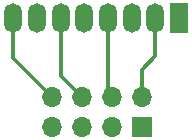
<source format=gbr>
%TF.GenerationSoftware,KiCad,Pcbnew,9.0.0*%
%TF.CreationDate,2025-03-11T10:13:07-07:00*%
%TF.ProjectId,360LPNeckfromBodyWithPinHeaders,3336304c-504e-4656-936b-66726f6d426f,rev?*%
%TF.SameCoordinates,Original*%
%TF.FileFunction,Copper,L2,Bot*%
%TF.FilePolarity,Positive*%
%FSLAX46Y46*%
G04 Gerber Fmt 4.6, Leading zero omitted, Abs format (unit mm)*
G04 Created by KiCad (PCBNEW 9.0.0) date 2025-03-11 10:13:07*
%MOMM*%
%LPD*%
G01*
G04 APERTURE LIST*
%TA.AperFunction,ComponentPad*%
%ADD10R,1.500000X2.500000*%
%TD*%
%TA.AperFunction,ComponentPad*%
%ADD11O,1.500000X2.500000*%
%TD*%
%TA.AperFunction,ComponentPad*%
%ADD12R,1.700000X1.700000*%
%TD*%
%TA.AperFunction,ComponentPad*%
%ADD13O,1.700000X1.700000*%
%TD*%
%TA.AperFunction,Conductor*%
%ADD14C,0.350000*%
%TD*%
G04 APERTURE END LIST*
D10*
%TO.P,J1,1,Pin_1*%
%TO.N,Net-(J1-Pin_1)*%
X39500000Y-21100000D03*
D11*
%TO.P,J1,2,Pin_2*%
%TO.N,Net-(J1-Pin_2)*%
X37500000Y-21100000D03*
%TO.P,J1,3,Pin_3*%
%TO.N,Net-(J1-Pin_3)*%
X35500000Y-21100000D03*
%TO.P,J1,4,Pin_4*%
%TO.N,Net-(J1-Pin_4)*%
X33500000Y-21100000D03*
%TO.P,J1,5,Pin_5*%
%TO.N,Net-(J1-Pin_5)*%
X31500000Y-21100000D03*
%TO.P,J1,6,Pin_6*%
%TO.N,Net-(J1-Pin_6)*%
X29500000Y-21100000D03*
%TO.P,J1,7,Pin_7*%
%TO.N,Net-(J1-Pin_7)*%
X27500000Y-21100000D03*
%TO.P,J1,8,Pin_8*%
%TO.N,Net-(J1-Pin_8)*%
X25500000Y-21100000D03*
%TD*%
D12*
%TO.P,J2,1,Pin_1*%
%TO.N,Net-(J1-Pin_1)*%
X36350000Y-30325000D03*
D13*
%TO.P,J2,2,Pin_2*%
%TO.N,Net-(J1-Pin_2)*%
X36350000Y-27785000D03*
%TO.P,J2,3,Pin_3*%
%TO.N,Net-(J1-Pin_3)*%
X33810000Y-30325000D03*
%TO.P,J2,4,Pin_4*%
%TO.N,Net-(J1-Pin_4)*%
X33810000Y-27785000D03*
%TO.P,J2,5,Pin_5*%
%TO.N,Net-(J1-Pin_5)*%
X31270000Y-30325000D03*
%TO.P,J2,6,Pin_6*%
%TO.N,Net-(J1-Pin_6)*%
X31270000Y-27785000D03*
%TO.P,J2,7,Pin_7*%
%TO.N,Net-(J1-Pin_7)*%
X28730000Y-30325000D03*
%TO.P,J2,8,Pin_8*%
%TO.N,Net-(J1-Pin_8)*%
X28730000Y-27785000D03*
%TD*%
D14*
%TO.N,Net-(J1-Pin_6)*%
X29500000Y-26015000D02*
X31270000Y-27785000D01*
X29500000Y-21100000D02*
X29500000Y-26015000D01*
%TO.N,Net-(J1-Pin_2)*%
X37500000Y-21100000D02*
X37500000Y-24350000D01*
X37500000Y-24350000D02*
X36350000Y-25500000D01*
X36350000Y-25500000D02*
X36350000Y-27785000D01*
%TO.N,Net-(J1-Pin_8)*%
X25500000Y-24555000D02*
X28730000Y-27785000D01*
X25500000Y-21100000D02*
X25500000Y-24555000D01*
%TO.N,Net-(J1-Pin_4)*%
X33500000Y-27475000D02*
X33810000Y-27785000D01*
X33500000Y-21100000D02*
X33500000Y-27475000D01*
%TD*%
M02*

</source>
